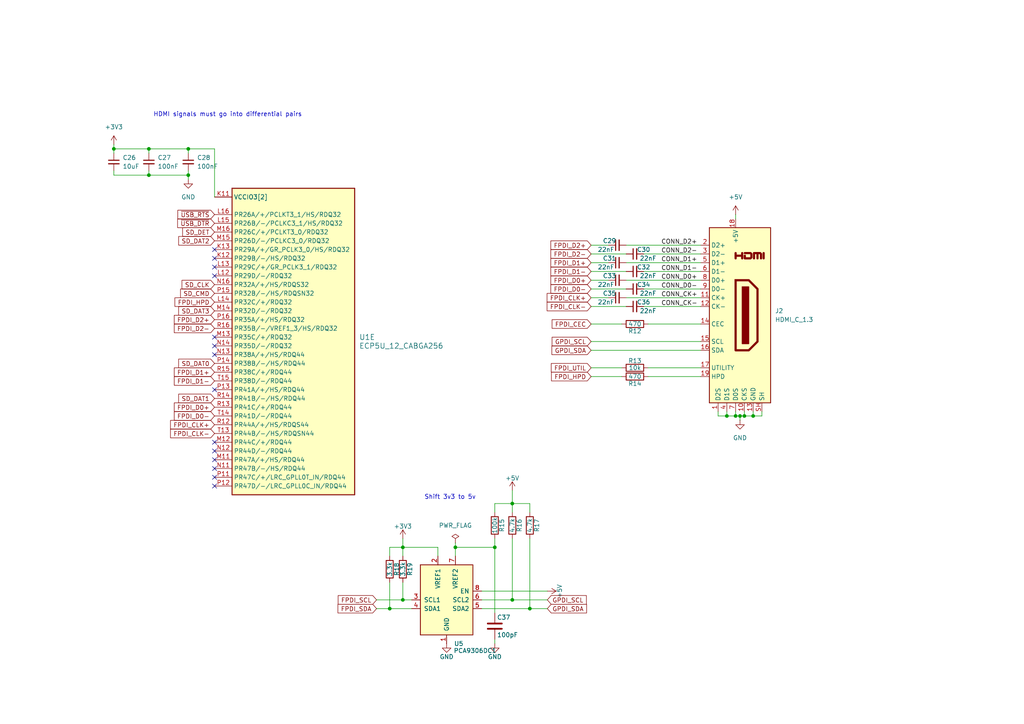
<source format=kicad_sch>
(kicad_sch (version 20250114) (generator "eeschema") (generator_version "9.0")
  (paper "A4")
  (title_block (title "Icepi zero") (date "2025-05-12") (rev "v1") (company "Chengyin Yao (cheyao)") (comment 1 "https://github.com/cheyao/icepi-zero"))
  (lib_symbols
    (symbol "Connector:HDMI_C_1.3"
      (property "Reference" "J" (at -6.35 26.67 0))
      (property "Value" "HDMI_C_1.3" (at 10.16 26.67 0))
      (symbol "HDMI_C_1.3_0_0"
        (polyline (pts (xy 0 16.51) (xy 0 18.034) (xy 0 17.272) (xy 1.905 17.272) (xy 1.905 18.034) (xy 1.905 16.51)) (stroke (width 0.635)))
        (polyline (pts (xy 2.667 18.034) (xy 4.318 18.034) (xy 4.572 17.78) (xy 4.572 16.764) (xy 4.318 16.51) (xy 2.667 16.51) (xy 2.667 17.272)) (stroke (width 0.635)))
        (polyline (pts (xy 8.128 16.51) (xy 8.128 18.034)) (stroke (width 0.635)))
      )
      (symbol "HDMI_C_1.3_0_1"
        (rectangle (start -7.62 25.4) (end 10.16 -25.4) (stroke (width 0.254)) (fill (type background)))
        (polyline (pts (xy 0 10.16) (xy 3.81 10.16) (xy 6.35 7.62) (xy 6.35 -7.62) (xy 3.81 -10.16) (xy 0 -10.16) (xy 0 10.16)) (stroke (width 0.635)))
        (rectangle (start 1.905 8.255) (end 3.81 -8.255) (stroke (width 0.254)) (fill (type outline)))
        (polyline (pts (xy 5.334 16.51) (xy 5.334 18.034) (xy 6.35 18.034) (xy 6.35 16.51) (xy 6.35 18.034) (xy 7.112 18.034) (xy 7.366 17.78) (xy 7.366 16.51)) (stroke (width 0.635)))
      )
      (symbol "HDMI_C_1.3_1_1"
        (pin passive line (at -10.16 20.32 0) (length 2.54) (name "D2+") (number "2"))
        (pin passive line (at -10.16 17.78 0) (length 2.54) (name "D2-") (number "3"))
        (pin passive line (at -10.16 15.24 0) (length 2.54) (name "D1+") (number "5"))
        (pin passive line (at -10.16 12.7 0) (length 2.54) (name "D1-") (number "6"))
        (pin passive line (at -10.16 10.16 0) (length 2.54) (name "D0+") (number "8"))
        (pin passive line (at -10.16 7.62 0) (length 2.54) (name "D0-") (number "9"))
        (pin passive line (at -10.16 5.08 0) (length 2.54) (name "CK+") (number "11"))
        (pin passive line (at -10.16 2.54 0) (length 2.54) (name "CK-") (number "12"))
        (pin bidirectional line (at -10.16 -2.54 0) (length 2.54) (name "CEC") (number "14"))
        (pin passive line (at -10.16 -7.62 0) (length 2.54) (name "SCL") (number "15"))
        (pin bidirectional line (at -10.16 -10.16 0) (length 2.54) (name "SDA") (number "16"))
        (pin passive line (at -10.16 -15.24 0) (length 2.54) (name "UTILITY") (number "17"))
        (pin passive line (at -10.16 -17.78 0) (length 2.54) (name "HPD") (number "19"))
        (pin power_in line (at -5.08 -27.94 90) (length 2.54) (name "D2S") (number "1"))
        (pin power_in line (at -2.54 -27.94 90) (length 2.54) (name "D1S") (number "4"))
        (pin power_in line (at 0 27.94 270) (length 2.54) (name "+5V") (number "18"))
        (pin power_in line (at 0 -27.94 90) (length 2.54) (name "D0S") (number "7"))
        (pin power_in line (at 2.54 -27.94 90) (length 2.54) (name "CKS") (number "10"))
        (pin power_in line (at 5.08 -27.94 90) (length 2.54) (name "GND") (number "13"))
        (pin passive line (at 7.62 -27.94 90) (length 2.54) (name "SH") (number "SH"))
      )
    )
    (symbol "Device:C" (pin_numbers (hide yes)) (pin_names (offset 0.254))
      (property "Reference" "C" (at 0.635 2.54 0))
      (property "Value" "C" (at 0.635 -2.54 0))
      (symbol "C_0_1"
        (polyline (pts (xy -2.032 0.762) (xy 2.032 0.762)) (stroke (width 0.508)))
        (polyline (pts (xy -2.032 -0.762) (xy 2.032 -0.762)) (stroke (width 0.508)))
      )
      (symbol "C_1_1"
        (pin passive line (at 0 3.81 270) (length 2.794) (name "~") (number "1"))
        (pin passive line (at 0 -3.81 90) (length 2.794) (name "~") (number "2"))
      )
    )
    (symbol "Device:C_Small" (pin_numbers (hide yes)) (pin_names (offset 0.254) (hide yes))
      (property "Reference" "C" (at 0.254 1.778 0))
      (property "Value" "C_Small" (at 0.254 -2.032 0))
      (symbol "C_Small_0_1"
        (polyline (pts (xy -1.524 0.508) (xy 1.524 0.508)) (stroke (width 0.3048)))
        (polyline (pts (xy -1.524 -0.508) (xy 1.524 -0.508)) (stroke (width 0.3302)))
      )
      (symbol "C_Small_1_1"
        (pin passive line (at 0 2.54 270) (length 2.032) (name "~") (number "1"))
        (pin passive line (at 0 -2.54 90) (length 2.032) (name "~") (number "2"))
      )
    )
    (symbol "Device:R" (pin_numbers (hide yes)) (pin_names (offset 0))
      (property "Reference" "R" (at 2.032 0 90))
      (property "Value" "R" (at 0 0 90))
      (symbol "R_0_1"
        (rectangle (start -1.016 -2.54) (end 1.016 2.54) (stroke (width 0.254)))
      )
      (symbol "R_1_1"
        (pin passive line (at 0 3.81 270) (length 1.27) (name "~") (number "1"))
        (pin passive line (at 0 -3.81 90) (length 1.27) (name "~") (number "2"))
      )
    )
    (symbol "Interface:PCA9306DC1" (pin_names (offset 1.016))
      (property "Reference" "U" (at -7.62 11.43 0))
      (property "Value" "PCA9306DC1" (at 3.81 11.43 0))
      (symbol "PCA9306DC1_0_1"
        (rectangle (start -7.62 10.16) (end 7.62 -10.16) (stroke (width 0.254)) (fill (type background)))
      )
      (symbol "PCA9306DC1_1_1"
        (pin bidirectional line (at -10.16 0 0) (length 2.54) (name "SCL1") (number "3"))
        (pin bidirectional line (at -10.16 -2.54 0) (length 2.54) (name "SDA1") (number "4"))
        (pin power_in line (at -2.54 12.7 270) (length 2.54) (name "VREF1") (number "2"))
        (pin power_in line (at 0 -12.7 90) (length 2.54) (name "GND") (number "1"))
        (pin power_in line (at 2.54 12.7 270) (length 2.54) (name "VREF2") (number "7"))
        (pin input line (at 10.16 2.54 180) (length 2.54) (name "EN") (number "8"))
        (pin bidirectional line (at 10.16 0 180) (length 2.54) (name "SCL2") (number "6"))
        (pin bidirectional line (at 10.16 -2.54 180) (length 2.54) (name "SDA2") (number "5"))
      )
    )
    (symbol "josh:ECP5U_12_CABGA256"
      (property "Reference" "U" (at -15.24 45.72 0))
      (property "Value" "ECP5U_12_CABGA256" (at 7.62 43.18 0))
      (symbol "ECP5U_12_CABGA256_1_1"
        (rectangle (start -7.62 7.62) (end 6.35 -7.62) (stroke (width 0.001)) (fill (type background)))
        (pin power_in line (at -12.7 5.08 0) (length 5.08) (name "VCC[6]") (number "G6"))
        (pin power_in line (at -12.7 5.08 0) (length 5.08) (name "VCC[6]") (number "G7"))
        (pin power_in line (at -12.7 5.08 0) (length 5.08) (name "VCC[6]") (number "G9"))
        (pin power_in line (at -12.7 5.08 0) (length 5.08) (name "VCC[6]") (number "L10"))
        (pin power_in line (at -12.7 5.08 0) (length 5.08) (name "VCC[6]") (number "L8"))
        (pin power_in line (at -12.7 5.08 0) (length 5.08) (name "VCC[6]") (number "L9"))
        (pin power_in line (at -12.7 2.54 0) (length 5.08) (name "VCCAUX[2]") (number "G11"))
        (pin power_in line (at -12.7 2.54 0) (length 5.08) (name "VCCAUX[2]") (number "L7"))
        (pin power_in line (at -12.7 -5.08 0) (length 5.08) (name "GND[27]") (number "A1"))
        (pin power_in line (at -12.7 -5.08 0) (length 5.08) (name "GND[27]") (number "A16"))
        (pin power_in line (at -12.7 -5.08 0) (length 5.08) (name "GND[27]") (number "D15"))
        (pin power_in line (at -12.7 -5.08 0) (length 5.08) (name "GND[27]") (number "D2"))
        (pin power_in line (at -12.7 -5.08 0) (length 5.08) (name "GND[27]") (number "F8"))
        (pin power_in line (at -12.7 -5.08 0) (length 5.08) (name "GND[27]") (number "F9"))
        (pin power_in line (at -12.7 -5.08 0) (length 5.08) (name "GND[27]") (number "G10"))
        (pin power_in line (at -12.7 -5.08 0) (length 5.08) (name "GND[27]") (number "G8"))
        (pin power_in line (at -12.7 -5.08 0) (length 5.08) (name "GND[27]") (number "H1"))
        (pin power_in line (at -12.7 -5.08 0) (length 5.08) (name "GND[27]") (number "H10"))
        (pin power_in line (at -12.7 -5.08 0) (length 5.08) (name "GND[27]") (number "H16"))
        (pin power_in line (at -12.7 -5.08 0) (length 5.08) (name "GND[27]") (number "H8"))
        (pin power_in line (at -12.7 -5.08 0) (length 5.08) (name "GND[27]") (number "H9"))
        (pin power_in line (at -12.7 -5.08 0) (length 5.08) (name "GND[27]") (number "J10"))
        (pin power_in line (at -12.7 -5.08 0) (length 5.08) (name "GND[27]") (number "J8"))
        (pin power_in line (at -12.7 -5.08 0) (length 5.08) (name "GND[27]") (number "J9"))
        (pin power_in line (at -12.7 -5.08 0) (length 5.08) (name "GND[27]") (number "K10"))
        (pin power_in line (at -12.7 -5.08 0) (length 5.08) (name "GND[27]") (number "K6"))
        (pin power_in line (at -12.7 -5.08 0) (length 5.08) (name "GND[27]") (number "K7"))
        (pin power_in line (at -12.7 -5.08 0) (length 5.08) (name "GND[27]") (number "K8"))
        (pin power_in line (at -12.7 -5.08 0) (length 5.08) (name "GND[27]") (number "K9"))
        (pin power_in line (at -12.7 -5.08 0) (length 5.08) (name "GND[27]") (number "N15"))
        (pin power_in line (at -12.7 -5.08 0) (length 5.08) (name "GND[27]") (number "N2"))
        (pin power_in line (at -12.7 -5.08 0) (length 5.08) (name "GND[27]") (number "T1"))
        (pin power_in line (at -12.7 -5.08 0) (length 5.08) (name "GND[27]") (number "T12"))
        (pin power_in line (at -12.7 -5.08 0) (length 5.08) (name "GND[27]") (number "T16"))
        (pin power_in line (at -12.7 -5.08 0) (length 5.08) (name "GND[27]") (number "T5"))
      )
      (symbol "ECP5U_12_CABGA256_2_1"
        (rectangle (start -16.51 40.64) (end 8.89 -27.94) (stroke (width 0.305)) (fill (type background)))
        (pin power_in line (at -21.59 38.1 0) (length 5.08) (name "VCCIO0[2]") (number "F6"))
        (pin power_in line (at -21.59 38.1 0) (length 5.08) (name "VCCIO0[2]") (number "F7"))
        (pin bidirectional line (at -21.59 33.02 0) (length 5.08) (name "PT4A/+") (number "A2"))
        (pin bidirectional line (at -21.59 30.48 0) (length 5.08) (name "PT4B/-") (number "B3"))
        (pin bidirectional line (at -21.59 27.94 0) (length 5.08) (name "PT6A/+") (number "A3"))
        (pin bidirectional line (at -21.59 25.4 0) (length 5.08) (name "PT6B/-") (number "A4"))
        (pin bidirectional line (at -21.59 22.86 0) (length 5.08) (name "PT9A/+") (number "E4"))
        (pin bidirectional line (at -21.59 20.32 0) (length 5.08) (name "PT9B/-") (number "D4"))
        (pin bidirectional line (at -21.59 17.78 0) (length 5.08) (name "PT11A/+") (number "C4"))
        (pin bidirectional line (at -21.59 15.24 0) (length 5.08) (name "PT11B/-") (number "B4"))
        (pin bidirectional line (at -21.59 12.7 0) (length 5.08) (name "PT13A/+") (number "E5"))
        (pin bidirectional line (at -21.59 10.16 0) (length 5.08) (name "PT13B/-") (number "D5"))
        (pin bidirectional line (at -21.59 7.62 0) (length 5.08) (name "PT15A/+") (number "C5"))
        (pin bidirectional line (at -21.59 5.08 0) (length 5.08) (name "PT15B/-") (number "B5"))
        (pin bidirectional line (at -21.59 2.54 0) (length 5.08) (name "PT18A/+") (number "A5"))
        (pin bidirectional line (at -21.59 0 0) (length 5.08) (name "PT18B/-") (number "A6"))
        (pin bidirectional line (at -21.59 -2.54 0) (length 5.08) (name "PT20A/+") (number "E6"))
        (pin bidirectional line (at -21.59 -5.08 0) (length 5.08) (name "PT20B/-") (number "D6"))
        (pin bidirectional line (at -21.59 -7.62 0) (length 5.08) (name "PT22A/+") (number "C6"))
        (pin bidirectional line (at -21.59 -10.16 0) (length 5.08) (name "PT22B/-") (number "B6"))
        (pin bidirectional line (at -21.59 -12.7 0) (length 5.08) (name "PT24A/+/GR_PCLK0_1") (number "E7"))
        (pin bidirectional line (at -21.59 -15.24 0) (length 5.08) (name "PT24B/-/GR_PCLK0_0") (number "D7"))
        (pin bidirectional line (at -21.59 -17.78 0) (length 5.08) (name "PT27A/+/PCLKT0_1") (number "C7"))
        (pin bidirectional line (at -21.59 -20.32 0) (length 5.08) (name "PT27B/-/PCLKC0_1") (number "B7"))
        (pin bidirectional line (at -21.59 -22.86 0) (length 5.08) (name "PT29A/+/PCLKT0_0") (number "A7"))
        (pin bidirectional line (at -21.59 -25.4 0) (length 5.08) (name "PT29B/-/PCLKC0_0") (number "A8"))
      )
      (symbol "ECP5U_12_CABGA256_3_1"
        (rectangle (start -16.51 40.64) (end 8.89 -48.26) (stroke (width 0.305)) (fill (type background)))
        (pin power_in line (at -21.59 38.1 0) (length 5.08) (name "VCCIO1[2]") (number "F10"))
        (pin power_in line (at -21.59 38.1 0) (length 5.08) (name "VCCIO1[2]") (number "F11"))
        (pin bidirectional line (at -21.59 33.02 0) (length 5.08) (name "PT33A/+/PCLKT1_1") (number "E8"))
        (pin bidirectional line (at -21.59 30.48 0) (length 5.08) (name "PT33B/-/PCLKC1_1") (number "D8"))
        (pin bidirectional line (at -21.59 27.94 0) (length 5.08) (name "PT35A/+/PCLKT1_0") (number "C8"))
        (pin bidirectional line (at -21.59 25.4 0) (length 5.08) (name "PT35B/-/PCLKC1_0") (number "B8"))
        (pin bidirectional line (at -21.59 22.86 0) (length 5.08) (name "PT38A/+/GR_PCLK1_0") (number "B9"))
        (pin bidirectional line (at -21.59 20.32 0) (length 5.08) (name "PT38B/-/GR_PCLK1_1") (number "C9"))
        (pin bidirectional line (at -21.59 17.78 0) (length 5.08) (name "PT40A/+") (number "D9"))
        (pin bidirectional line (at -21.59 15.24 0) (length 5.08) (name "PT40B/-") (number "E9"))
        (pin bidirectional line (at -21.59 12.7 0) (length 5.08) (name "PT42A/+") (number "A9"))
        (pin bidirectional line (at -21.59 10.16 0) (length 5.08) (name "PT42B/-") (number "A10"))
        (pin bidirectional line (at -21.59 7.62 0) (length 5.08) (name "PT44A/+") (number "B10"))
        (pin bidirectional line (at -21.59 5.08 0) (length 5.08) (name "PT44B/-") (number "C10"))
        (pin bidirectional line (at -21.59 2.54 0) (length 5.08) (name "PT47A/+") (number "D10"))
        (pin bidirectional line (at -21.59 0 0) (length 5.08) (name "PT47B/-") (number "E10"))
        (pin bidirectional line (at -21.59 -2.54 0) (length 5.08) (name "PT49A/+") (number "B11"))
        (pin bidirectional line (at -21.59 -5.08 0) (length 5.08) (name "PT49B/-") (number "C11"))
        (pin bidirectional line (at -21.59 -7.62 0) (length 5.08) (name "PT51A/+") (number "D11"))
        (pin bidirectional line (at -21.59 -10.16 0) (length 5.08) (name "PT51B/-") (number "E11"))
        (pin bidirectional line (at -21.59 -12.7 0) (length 5.08) (name "PT53A/+") (number "A11"))
        (pin bidirectional line (at -21.59 -15.24 0) (length 5.08) (name "PT53B/-") (number "A12"))
        (pin bidirectional line (at -21.59 -17.78 0) (length 5.08) (name "PT56A/+") (number "B12"))
        (pin bidirectional line (at -21.59 -20.32 0) (length 5.08) (name "PT56B/-") (number "C12"))
        (pin bidirectional line (at -21.59 -22.86 0) (length 5.08) (name "PT58A/+") (number "D12"))
        (pin bidirectional line (at -21.59 -25.4 0) (length 5.08) (name "PT58B/-") (number "E12"))
        (pin bidirectional line (at -21.59 -27.94 0) (length 5.08) (name "PT60A/+") (number "B13"))
        (pin bidirectional line (at -21.59 -30.48 0) (length 5.08) (name "PT60B/-") (number "C13"))
        (pin bidirectional line (at -21.59 -33.02 0) (length 5.08) (name "PT62A/+") (number "D13"))
        (pin bidirectional line (at -21.59 -35.56 0) (length 5.08) (name "PT62B/-") (number "E13"))
        (pin bidirectional line (at -21.59 -38.1 0) (length 5.08) (name "PT65A/+") (number "A13"))
        (pin bidirectional line (at -21.59 -40.64 0) (length 5.08) (name "PT65B/-") (number "A14"))
        (pin bidirectional line (at -21.59 -43.18 0) (length 5.08) (name "PT67A/+") (number "B14"))
        (pin bidirectional line (at -21.59 -45.72 0) (length 5.08) (name "PT67B/-") (number "A15"))
      )
      (symbol "ECP5U_12_CABGA256_4_1"
        (rectangle (start -16.51 40.64) (end 21.59 -48.26) (stroke (width 0.305)) (fill (type background)))
        (pin power_in line (at -21.59 38.1 0) (length 5.08) (name "VCCIO2[2]") (number "H11"))
        (pin power_in line (at -21.59 38.1 0) (length 5.08) (name "VCCIO2[2]") (number "J11"))
        (pin bidirectional line (at -21.59 33.02 0) (length 5.08) (name "PR2A/+/HS/RDQ8") (number "B16"))
        (pin bidirectional line (at -21.59 30.48 0) (length 5.08) (name "PR2B/-/S0_IN/HS/RDQ8") (number "B15"))
        (pin bidirectional line (at -21.59 27.94 0) (length 5.08) (name "PR2C/+/RDQ8") (number "C14"))
        (pin bidirectional line (at -21.59 25.4 0) (length 5.08) (name "PR2D/-/RDQ8") (number "D14"))
        (pin bidirectional line (at -21.59 22.86 0) (length 5.08) (name "PR5A/+/HS/RDQ8") (number "C16"))
        (pin bidirectional line (at -21.59 20.32 0) (length 5.08) (name "PR5B/-/HS/RDQ8") (number "C15"))
        (pin bidirectional line (at -21.59 17.78 0) (length 5.08) (name "PR5C/+/RDQ8") (number "E14"))
        (pin bidirectional line (at -21.59 15.24 0) (length 5.08) (name "PR5D/-/RDQ8") (number "F14"))
        (pin bidirectional line (at -21.59 12.7 0) (length 5.08) (name "PR8A/+/HS/RDQS8") (number "D16"))
        (pin bidirectional line (at -21.59 10.16 0) (length 5.08) (name "PR8B/-/HS/RDQSN8") (number "E15"))
        (pin bidirectional line (at -21.59 7.62 0) (length 5.08) (name "PR8C/+/RDQ8") (number "F13"))
        (pin bidirectional line (at -21.59 5.08 0) (length 5.08) (name "PR8D/-/RDQ8") (number "F12"))
        (pin bidirectional line (at -21.59 2.54 0) (length 5.08) (name "PR11A/+/HS/RDQ8") (number "G12"))
        (pin bidirectional line (at -21.59 0 0) (length 5.08) (name "PR11B/-/HS/RDQ8") (number "G13"))
        (pin bidirectional line (at -21.59 -2.54 0) (length 5.08) (name "PR11C/+/RDQ8") (number "F15"))
        (pin bidirectional line (at -21.59 -5.08 0) (length 5.08) (name "PR11D/-/RDQ8") (number "E16"))
        (pin bidirectional line (at -21.59 -7.62 0) (length 5.08) (name "PR14A/+/HS/RDQ20") (number "F16"))
        (pin bidirectional line (at -21.59 -10.16 0) (length 5.08) (name "PR14B/-/HS/RDQ20") (number "G15"))
        (pin bidirectional line (at -21.59 -12.7 0) (length 5.08) (name "PR14C/+/VREF1_2/RDQ20") (number "G14"))
        (pin bidirectional line (at -21.59 -15.24 0) (length 5.08) (name "PR14D/-/RDQ20") (number "H14"))
        (pin bidirectional line (at -21.59 -17.78 0) (length 5.08) (name "PR17A/+/HS/RDQ20") (number "H12"))
        (pin bidirectional line (at -21.59 -20.32 0) (length 5.08) (name "PR17B/-/HS/RDQ20") (number "H13"))
        (pin bidirectional line (at -21.59 -22.86 0) (length 5.08) (name "PR17C/+/RDQ20") (number "J13"))
        (pin bidirectional line (at -21.59 -25.4 0) (length 5.08) (name "PR17D/-/RDQ20") (number "J12"))
        (pin bidirectional line (at -21.59 -27.94 0) (length 5.08) (name "PR20A/+/GR_PCLK2_1/HS/RDQS20") (number "G16"))
        (pin bidirectional line (at -21.59 -30.48 0) (length 5.08) (name "PR20B/-/HS/RDQSN20") (number "H15"))
        (pin bidirectional line (at -21.59 -33.02 0) (length 5.08) (name "PR20C/+/GR_PCLK2_0/RDQ20") (number "J14"))
        (pin bidirectional line (at -21.59 -35.56 0) (length 5.08) (name "PR20D/-/RDQ20") (number "K14"))
        (pin bidirectional line (at -21.59 -38.1 0) (length 5.08) (name "PR23A/+/PCLKT2_1/HS/RDQ20") (number "J16"))
        (pin bidirectional line (at -21.59 -40.64 0) (length 5.08) (name "PR23B/-/PCLKC2_1/HS/RDQ20") (number "J15"))
        (pin bidirectional line (at -21.59 -43.18 0) (length 5.08) (name "PR23C/+/PCLKT2_0/RDQ20") (number "K16"))
        (pin bidirectional line (at -21.59 -45.72 0) (length 5.08) (name "PR23D/-/PCLKC2_0/RDQ20") (number "K15"))
      )
      (symbol "ECP5U_12_CABGA256_5_1"
        (rectangle (start -16.51 40.64) (end 19.05 -48.26) (stroke (width 0.305)) (fill (type background)))
        (pin power_in line (at -21.59 38.1 0) (length 5.08) (name "VCCIO3[2]") (number "K11"))
        (pin power_in line (at -21.59 38.1 0) (length 5.08) (name "VCCIO3[2]") (number "L11"))
        (pin bidirectional line (at -21.59 33.02 0) (length 5.08) (name "PR26A/+/PCLKT3_1/HS/RDQ32") (number "L16"))
        (pin bidirectional line (at -21.59 30.48 0) (length 5.08) (name "PR26B/-/PCLKC3_1/HS/RDQ32") (number "L15"))
        (pin bidirectional line (at -21.59 27.94 0) (length 5.08) (name "PR26C/+/PCLKT3_0/RDQ32") (number "M16"))
        (pin bidirectional line (at -21.59 25.4 0) (length 5.08) (name "PR26D/-/PCLKC3_0/RDQ32") (number "M15"))
        (pin bidirectional line (at -21.59 22.86 0) (length 5.08) (name "PR29A/+/GR_PCLK3_0/HS/RDQ32") (number "K13"))
        (pin bidirectional line (at -21.59 20.32 0) (length 5.08) (name "PR29B/-/HS/RDQ32") (number "K12"))
        (pin bidirectional line (at -21.59 17.78 0) (length 5.08) (name "PR29C/+/GR_PCLK3_1/RDQ32") (number "L13"))
        (pin bidirectional line (at -21.59 15.24 0) (length 5.08) (name "PR29D/-/RDQ32") (number "L12"))
        (pin bidirectional line (at -21.59 12.7 0) (length 5.08) (name "PR32A/+/HS/RDQS32") (number "N16"))
        (pin bidirectional line (at -21.59 10.16 0) (length 5.08) (name "PR32B/-/HS/RDQSN32") (number "P15"))
        (pin bidirectional line (at -21.59 7.62 0) (length 5.08) (name "PR32C/+/RDQ32") (number "L14"))
        (pin bidirectional line (at -21.59 5.08 0) (length 5.08) (name "PR32D/-/RDQ32") (number "M14"))
        (pin bidirectional line (at -21.59 2.54 0) (length 5.08) (name "PR35A/+/HS/RDQ32") (number "P16"))
        (pin bidirectional line (at -21.59 0 0) (length 5.08) (name "PR35B/-/VREF1_3/HS/RDQ32") (number "R16"))
        (pin bidirectional line (at -21.59 -2.54 0) (length 5.08) (name "PR35C/+/RDQ32") (number "M13"))
        (pin bidirectional line (at -21.59 -5.08 0) (length 5.08) (name "PR35D/-/RDQ32") (number "N14"))
        (pin bidirectional line (at -21.59 -7.62 0) (length 5.08) (name "PR38A/+/HS/RDQ44") (number "N13"))
        (pin bidirectional line (at -21.59 -10.16 0) (length 5.08) (name "PR38B/-/HS/RDQ44") (number "P14"))
        (pin bidirectional line (at -21.59 -12.7 0) (length 5.08) (name "PR38C/+/RDQ44") (number "R15"))
        (pin bidirectional line (at -21.59 -15.24 0) (length 5.08) (name "PR38D/-/RDQ44") (number "T15"))
        (pin bidirectional line (at -21.59 -17.78 0) (length 5.08) (name "PR41A/+/HS/RDQ44") (number "P13"))
        (pin bidirectional line (at -21.59 -20.32 0) (length 5.08) (name "PR41B/-/HS/RDQ44") (number "R14"))
        (pin bidirectional line (at -21.59 -22.86 0) (length 5.08) (name "PR41C/+/RDQ44") (number "R13"))
        (pin bidirectional line (at -21.59 -25.4 0) (length 5.08) (name "PR41D/-/RDQ44") (number "T14"))
        (pin bidirectional line (at -21.59 -27.94 0) (length 5.08) (name "PR44A/+/HS/RDQS44") (number "R12"))
        (pin bidirectional line (at -21.59 -30.48 0) (length 5.08) (name "PR44B/-/HS/RDQSN44") (number "T13"))
        (pin bidirectional line (at -21.59 -33.02 0) (length 5.08) (name "PR44C/+/RDQ44") (number "M12"))
        (pin bidirectional line (at -21.59 -35.56 0) (length 5.08) (name "PR44D/-/RDQ44") (number "N12"))
        (pin bidirectional line (at -21.59 -38.1 0) (length 5.08) (name "PR47A/+/HS/RDQ44") (number "M11"))
        (pin bidirectional line (at -21.59 -40.64 0) (length 5.08) (name "PR47B/-/HS/RDQ44") (number "N11"))
        (pin bidirectional line (at -21.59 -43.18 0) (length 5.08) (name "PR47C/+/LRC_GPLL0T_IN/RDQ44") (number "P11"))
        (pin bidirectional line (at -21.59 -45.72 0) (length 5.08) (name "PR47D/-/LRC_GPLL0C_IN/RDQ44") (number "P12"))
      )
      (symbol "ECP5U_12_CABGA256_6_1"
        (rectangle (start -16.51 40.64) (end 19.05 -48.26) (stroke (width 0.305)) (fill (type background)))
        (pin power_in line (at -21.59 38.1 0) (length 5.08) (name "VCCIO6[2]") (number "J6"))
        (pin power_in line (at -21.59 38.1 0) (length 5.08) (name "VCCIO6[2]") (number "J7"))
        (pin bidirectional line (at -21.59 33.02 0) (length 5.08) (name "PL26A/+/PCLKT6_1/HS/LDQ32") (number "L1"))
        (pin bidirectional line (at -21.59 30.48 0) (length 5.08) (name "PL26B/-/PCLKC6_1/HS/LDQ32") (number "L2"))
        (pin bidirectional line (at -21.59 27.94 0) (length 5.08) (name "PL26C/+/PCLKT6_0/LDQ32") (number "M1"))
        (pin bidirectional line (at -21.59 25.4 0) (length 5.08) (name "PL26D/-/PCLKC6_0/LDQ32") (number "M2"))
        (pin bidirectional line (at -21.59 22.86 0) (length 5.08) (name "PL29A/+/GR_PCLK6_0/HS/LDQ32") (number "K4"))
        (pin bidirectional line (at -21.59 20.32 0) (length 5.08) (name "PL29B/-/HS/LDQ32") (number "K5"))
        (pin bidirectional line (at -21.59 17.78 0) (length 5.08) (name "PL29C/+/GR_PCLK6_1/LDQ32") (number "L4"))
        (pin bidirectional line (at -21.59 15.24 0) (length 5.08) (name "PL29D/-/LDQ32") (number "L5"))
        (pin bidirectional line (at -21.59 12.7 0) (length 5.08) (name "PL32A/+/HS/LDQS32") (number "N1"))
        (pin bidirectional line (at -21.59 10.16 0) (length 5.08) (name "PL32B/-/HS/LDQSN32") (number "P2"))
        (pin bidirectional line (at -21.59 7.62 0) (length 5.08) (name "PL32C/+/LDQ32") (number "L3"))
        (pin bidirectional line (at -21.59 5.08 0) (length 5.08) (name "PL32D/-/LDQ32") (number "M3"))
        (pin bidirectional line (at -21.59 2.54 0) (length 5.08) (name "PL35A/+/HS/LDQ32") (number "P1"))
        (pin bidirectional line (at -21.59 0 0) (length 5.08) (name "PL35B/-/VREF1_6/HS/LDQ32") (number "R1"))
        (pin bidirectional line (at -21.59 -2.54 0) (length 5.08) (name "PL35C/+/LDQ32") (number "M4"))
        (pin bidirectional line (at -21.59 -5.08 0) (length 5.08) (name "PL35D/-/LDQ32") (number "N3"))
        (pin bidirectional line (at -21.59 -7.62 0) (length 5.08) (name "PL38A/+/HS/LDQ44") (number "N4"))
        (pin bidirectional line (at -21.59 -10.16 0) (length 5.08) (name "PL38B/-/HS/LDQ44") (number "P3"))
        (pin bidirectional line (at -21.59 -12.7 0) (length 5.08) (name "PL38C/+/LDQ44") (number "R2"))
        (pin bidirectional line (at -21.59 -15.24 0) (length 5.08) (name "PL38D/-/LDQ44") (number "T2"))
        (pin bidirectional line (at -21.59 -17.78 0) (length 5.08) (name "PL41A/+/HS/LDQ44") (number "P4"))
        (pin bidirectional line (at -21.59 -20.32 0) (length 5.08) (name "PL41B/-/HS/LDQ44") (number "R3"))
        (pin bidirectional line (at -21.59 -22.86 0) (length 5.08) (name "PL41C/+/LDQ44") (number "R4"))
        (pin bidirectional line (at -21.59 -25.4 0) (length 5.08) (name "PL41D/-/LDQ44") (number "T3"))
        (pin bidirectional line (at -21.59 -27.94 0) (length 5.08) (name "PL44A/+/HS/LDQS44") (number "R5"))
        (pin bidirectional line (at -21.59 -30.48 0) (length 5.08) (name "PL44B/-/HS/LDQSN44") (number "T4"))
        (pin bidirectional line (at -21.59 -33.02 0) (length 5.08) (name "PL44C/+/LDQ44") (number "M5"))
        (pin bidirectional line (at -21.59 -35.56 0) (length 5.08) (name "PL44D/-/LDQ44") (number "N5"))
        (pin bidirectional line (at -21.59 -38.1 0) (length 5.08) (name "PL47A/+/HS/LDQ44") (number "M6"))
        (pin bidirectional line (at -21.59 -40.64 0) (length 5.08) (name "PL47B/-/HS/LDQ44") (number "N6"))
        (pin bidirectional line (at -21.59 -43.18 0) (length 5.08) (name "PL47C/+/LLC_GPLL0T_IN/LDQ44") (number "P6"))
        (pin bidirectional line (at -21.59 -45.72 0) (length 5.08) (name "PL47D/-/LLC_GPLL0C_IN/LDQ44") (number "P5"))
      )
      (symbol "ECP5U_12_CABGA256_7_1"
        (rectangle (start -16.51 40.64) (end 20.32 -46.99) (stroke (width 0.305)) (fill (type background)))
        (pin power_in line (at -21.59 38.1 0) (length 5.08) (name "VCCIO7[2]") (number "H6"))
        (pin power_in line (at -21.59 38.1 0) (length 5.08) (name "VCCIO7[2]") (number "H7"))
        (pin bidirectional line (at -21.59 34.29 0) (length 5.08) (name "PL2A/+/HS/LDQ8") (number "B1"))
        (pin bidirectional line (at -21.59 31.75 0) (length 5.08) (name "PL2B/-/HS/LDQ8") (number "B2"))
        (pin bidirectional line (at -21.59 29.21 0) (length 5.08) (name "PL2C/+/LDQ8") (number "C3"))
        (pin bidirectional line (at -21.59 26.67 0) (length 5.08) (name "PL2D/-/LDQ8") (number "D3"))
        (pin bidirectional line (at -21.59 24.13 0) (length 5.08) (name "PL5A/+/HS/LDQ8") (number "C1"))
        (pin bidirectional line (at -21.59 21.59 0) (length 5.08) (name "PL5B/-/HS/LDQ8") (number "C2"))
        (pin bidirectional line (at -21.59 19.05 0) (length 5.08) (name "PL5C/+/LDQ8") (number "E3"))
        (pin bidirectional line (at -21.59 16.51 0) (length 5.08) (name "PL5D/-/LDQ8") (number "F3"))
        (pin bidirectional line (at -21.59 13.97 0) (length 5.08) (name "PL8A/+/HS/LDQS8") (number "D1"))
        (pin bidirectional line (at -21.59 11.43 0) (length 5.08) (name "PL8B/-/HS/LDQSN8") (number "E2"))
        (pin bidirectional line (at -21.59 8.89 0) (length 5.08) (name "PL8C/+/LDQ8") (number "F4"))
        (pin bidirectional line (at -21.59 6.35 0) (length 5.08) (name "PL8D/-/LDQ8") (number "F5"))
        (pin bidirectional line (at -21.59 3.81 0) (length 5.08) (name "PL11A/+/HS/LDQ8") (number "G5"))
        (pin bidirectional line (at -21.59 1.27 0) (length 5.08) (name "PL11B/-/HS/LDQ8") (number "G4"))
        (pin bidirectional line (at -21.59 -1.27 0) (length 5.08) (name "PL11C/+/LDQ8") (number "F2"))
        (pin bidirectional line (at -21.59 -3.81 0) (length 5.08) (name "PL11D/-/LDQ8") (number "E1"))
        (pin bidirectional line (at -21.59 -6.35 0) (length 5.08) (name "PL14A/+/HS/LDQ20") (number "F1"))
        (pin bidirectional line (at -21.59 -8.89 0) (length 5.08) (name "PL14B/-/HS/LDQ20") (number "G2"))
        (pin bidirectional line (at -21.59 -11.43 0) (length 5.08) (name "PL14C/+/VREF1_7/LDQ20") (number "G3"))
        (pin bidirectional line (at -21.59 -13.97 0) (length 5.08) (name "PL14D/-/LDQ20") (number "H3"))
        (pin bidirectional line (at -21.59 -16.51 0) (length 5.08) (name "PL17A/+/HS/LDQ20") (number "H5"))
        (pin bidirectional line (at -21.59 -19.05 0) (length 5.08) (name "PL17B/-/HS/LDQ20") (number "H4"))
        (pin bidirectional line (at -21.59 -21.59 0) (length 5.08) (name "PL17C/+/LDQ20") (number "J4"))
        (pin bidirectional line (at -21.59 -24.13 0) (length 5.08) (name "PL17D/-/LDQ20") (number "J5"))
        (pin bidirectional line (at -21.59 -26.67 0) (length 5.08) (name "PL20A/+/GR_PCLK7_1/HS/LDQS20") (number "G1"))
        (pin bidirectional line (at -21.59 -29.21 0) (length 5.08) (name "PL20B/-/HS/LDQSN20") (number "H2"))
        (pin bidirectional line (at -21.59 -31.75 0) (length 5.08) (name "PL20C/+/GR_PCLK7_0/LDQ20") (number "J3"))
        (pin bidirectional line (at -21.59 -34.29 0) (length 5.08) (name "PL20D/-/LDQ20") (number "K3"))
        (pin bidirectional line (at -21.59 -36.83 0) (length 5.08) (name "PL23A/+/PCLKT7_1/HS/LDQ20") (number "J1"))
        (pin bidirectional line (at -21.59 -39.37 0) (length 5.08) (name "PL23B/-/PCLKC7_1/HS/LDQ20") (number "J2"))
        (pin bidirectional line (at -21.59 -41.91 0) (length 5.08) (name "PL23C/+/PCLKT7_0/LDQ20") (number "K1"))
        (pin bidirectional line (at -21.59 -44.45 0) (length 5.08) (name "PL23D/-/PCLKC7_0/LDQ20") (number "K2"))
      )
      (symbol "ECP5U_12_CABGA256_8_1"
        (rectangle (start -16.51 40.64) (end 25.4 -17.78) (stroke (width 0.305)) (fill (type background)))
        (pin power_in line (at -21.59 38.1 0) (length 5.08) (name "VCCIO8") (number "L6"))
        (pin bidirectional line (at -21.59 33.02 0) (length 5.08) (name "CCLK/MCLK/SCK") (number "N9"))
        (pin bidirectional line (at -21.59 30.48 0) (length 5.08) (name "CFG_0") (number "N10"))
        (pin bidirectional line (at -21.59 27.94 0) (length 5.08) (name "CFG_1") (number "P10"))
        (pin bidirectional line (at -21.59 25.4 0) (length 5.08) (name "CFG_2") (number "R10"))
        (pin bidirectional line (at -21.59 22.86 0) (length 5.08) (name "DONE") (number "P9"))
        (pin bidirectional line (at -21.59 20.32 0) (length 5.08) (name "INITN") (number "T9"))
        (pin bidirectional line (at -21.59 17.78 0) (length 5.08) (name "PB4A/+/D7/IO7") (number "T6"))
        (pin bidirectional line (at -21.59 15.24 0) (length 5.08) (name "PB4B/-/D6/IO6") (number "R6"))
        (pin bidirectional line (at -21.59 12.7 0) (length 5.08) (name "PB6A/+/D5/MISO2/IO5") (number "R7"))
        (pin bidirectional line (at -21.59 10.16 0) (length 5.08) (name "PB6B/-/D4/MOSI2/IO4") (number "P7"))
        (pin bidirectional line (at -21.59 7.62 0) (length 5.08) (name "PB9A/+/D3/IO3") (number "N7"))
        (pin bidirectional line (at -21.59 5.08 0) (length 5.08) (name "PB9B/-/D2/IO2") (number "M7"))
        (pin bidirectional line (at -21.59 2.54 0) (length 5.08) (name "PB11A/+/D1/MISO/IO1") (number "T7"))
        (pin bidirectional line (at -21.59 0 0) (length 5.08) (name "PB11B/-/D0/MOSI/IO0") (number "T8"))
        (pin bidirectional line (at -21.59 -2.54 0) (length 5.08) (name "PB13A/+/SN/CSN") (number "R8"))
        (pin bidirectional line (at -21.59 -5.08 0) (length 5.08) (name "PB13B/-/CS1N") (number "P8"))
        (pin bidirectional line (at -21.59 -7.62 0) (length 5.08) (name "PB15A/+/HOLDN/DI/BUSY/CSSPIN/CEN") (number "N8"))
        (pin bidirectional line (at -21.59 -10.16 0) (length 5.08) (name "PB15B/-/DOUT/CSON") (number "M8"))
        (pin bidirectional line (at -21.59 -12.7 0) (length 5.08) (name "PB18A/WRITEN") (number "M9"))
        (pin bidirectional line (at -21.59 -15.24 0) (length 5.08) (name "PROGRAMN") (number "R9"))
      )
      (symbol "ECP5U_12_CABGA256_9_1"
        (rectangle (start -2.54 6.35) (end 5.08 -6.35) (stroke (width 0.305)) (fill (type background)))
        (pin bidirectional line (at -7.62 3.81 0) (length 5.08) (name "TCK") (number "T10"))
        (pin bidirectional line (at -7.62 1.27 0) (length 5.08) (name "TDI") (number "R11"))
        (pin bidirectional line (at -7.62 -1.27 0) (length 5.08) (name "TDO") (number "M10"))
        (pin bidirectional line (at -7.62 -3.81 0) (length 5.08) (name "TMS") (number "T11"))
      )
    )
    (symbol "power:+3V3" (power) (pin_numbers (hide yes)) (pin_names (offset 0) (hide yes))
      (property "Value" "+3V3" (at 0 3.556 0))
      (symbol "+3V3_0_1"
        (polyline (pts (xy -0.762 1.27) (xy 0 2.54)))
        (polyline (pts (xy 0 2.54) (xy 0.762 1.27)))
        (polyline (pts (xy 0 0) (xy 0 2.54)))
      )
      (symbol "+3V3_1_1"
        (pin power_in line (at 0 0 90) (length 0) (name "~") (number "1"))
      )
    )
    (symbol "power:+5V" (power) (pin_numbers (hide yes)) (pin_names (offset 0) (hide yes))
      (property "Value" "+5V" (at 0 3.556 0))
      (symbol "+5V_0_1"
        (polyline (pts (xy -0.762 1.27) (xy 0 2.54)))
        (polyline (pts (xy 0 2.54) (xy 0.762 1.27)))
        (polyline (pts (xy 0 0) (xy 0 2.54)))
      )
      (symbol "+5V_1_1"
        (pin power_in line (at 0 0 90) (length 0) (name "~") (number "1"))
      )
    )
    (symbol "power:GND" (power) (pin_numbers (hide yes)) (pin_names (offset 0) (hide yes))
      (property "Value" "GND" (at 0 -3.81 0))
      (symbol "GND_0_1"
        (polyline (pts (xy 0 0) (xy 0 -1.27) (xy 1.27 -1.27) (xy 0 -2.54) (xy -1.27 -1.27) (xy 0 -1.27)))
      )
      (symbol "GND_1_1"
        (pin power_in line (at 0 0 270) (length 0) (name "~") (number "1"))
      )
    )
    (symbol "power:PWR_FLAG" (power) (pin_numbers (hide yes)) (pin_names (offset 0) (hide yes))
      (property "Value" "PWR_FLAG" (at 0 3.81 0))
      (symbol "PWR_FLAG_0_0"
        (pin power_out line (at 0 0 90) (length 0) (name "~") (number "1"))
      )
      (symbol "PWR_FLAG_0_1"
        (polyline (pts (xy 0 0) (xy 0 1.27) (xy -1.016 1.905) (xy 0 2.54) (xy 1.016 1.905) (xy 0 1.27)))
      )
    )
  )
  (text "Shift 3v3 to 5v" (at 130.556 144.272 0) (effects (font (size 1.27 1.27))))
  (text "HDMI signals must go into differential pairs" (at 66.04 33.274 0) (effects (font (size 1.27 1.27))))
  (junction (at 213.36 120.65))
  (junction (at 33.02 43.18))
  (junction (at 54.61 50.8))
  (junction (at 143.51 158.75))
  (junction (at 210.82 120.65))
  (junction (at 148.59 146.05))
  (junction (at 132.08 158.75))
  (junction (at 214.63 120.65))
  (junction (at 43.18 43.18))
  (junction (at 218.44 120.65))
  (junction (at 54.61 43.18))
  (junction (at 43.18 50.8))
  (junction (at 113.03 176.53))
  (junction (at 116.84 173.99))
  (junction (at 215.9 120.65))
  (junction (at 153.67 176.53))
  (junction (at 116.84 158.75))
  (junction (at 148.59 173.99))
  (no_connect (at 62.23 140.97))
  (no_connect (at 62.23 130.81))
  (no_connect (at 62.23 135.89))
  (no_connect (at 62.23 77.47))
  (no_connect (at 62.23 102.87))
  (no_connect (at 62.23 72.39))
  (no_connect (at 62.23 133.35))
  (no_connect (at 62.23 128.27))
  (no_connect (at 62.23 80.01))
  (no_connect (at 62.23 113.03))
  (no_connect (at 62.23 138.43))
  (no_connect (at 62.23 97.79))
  (no_connect (at 62.23 100.33))
  (no_connect (at 62.23 74.93))
  (wire (pts (xy 210.82 120.65) (xy 208.28 120.65)))
  (wire (pts (xy 116.84 173.99) (xy 119.38 173.99)))
  (wire (pts (xy 181.61 71.12) (xy 203.2 71.12)))
  (wire (pts (xy 139.7 173.99) (xy 148.59 173.99)))
  (wire (pts (xy 171.45 83.82) (xy 181.61 83.82)))
  (wire (pts (xy 113.03 161.29) (xy 113.03 158.75)))
  (wire (pts (xy 181.61 86.36) (xy 203.2 86.36)))
  (wire (pts (xy 148.59 173.99) (xy 158.75 173.99)))
  (wire (pts (xy 33.02 43.18) (xy 43.18 43.18)))
  (wire (pts (xy 171.45 101.6) (xy 203.2 101.6)))
  (wire (pts (xy 214.63 121.92) (xy 214.63 120.65)))
  (wire (pts (xy 153.67 176.53) (xy 158.75 176.53)))
  (wire (pts (xy 171.45 86.36) (xy 176.53 86.36)))
  (wire (pts (xy 148.59 146.05) (xy 148.59 148.59)))
  (wire (pts (xy 171.45 106.68) (xy 180.34 106.68)))
  (wire (pts (xy 116.84 158.75) (xy 127 158.75)))
  (wire (pts (xy 218.44 120.65) (xy 218.44 119.38)))
  (wire (pts (xy 33.02 49.53) (xy 33.02 50.8)))
  (wire (pts (xy 132.08 158.75) (xy 132.08 161.29)))
  (wire (pts (xy 54.61 44.45) (xy 54.61 43.18)))
  (wire (pts (xy 186.69 83.82) (xy 203.2 83.82)))
  (wire (pts (xy 143.51 185.42) (xy 143.51 186.69)))
  (wire (pts (xy 143.51 158.75) (xy 143.51 177.8)))
  (wire (pts (xy 139.7 171.45) (xy 158.75 171.45)))
  (wire (pts (xy 139.7 176.53) (xy 153.67 176.53)))
  (wire (pts (xy 148.59 156.21) (xy 148.59 173.99)))
  (wire (pts (xy 214.63 120.65) (xy 215.9 120.65)))
  (wire (pts (xy 33.02 43.18) (xy 33.02 44.45)))
  (wire (pts (xy 54.61 43.18) (xy 62.23 43.18)))
  (wire (pts (xy 113.03 176.53) (xy 119.38 176.53)))
  (wire (pts (xy 213.36 62.23) (xy 213.36 63.5)))
  (wire (pts (xy 153.67 176.53) (xy 153.67 156.21)))
  (wire (pts (xy 218.44 120.65) (xy 220.98 120.65)))
  (wire (pts (xy 214.63 120.65) (xy 213.36 120.65)))
  (wire (pts (xy 54.61 50.8) (xy 54.61 49.53)))
  (wire (pts (xy 43.18 50.8) (xy 43.18 49.53)))
  (wire (pts (xy 215.9 120.65) (xy 215.9 119.38)))
  (wire (pts (xy 116.84 156.21) (xy 116.84 158.75)))
  (wire (pts (xy 132.08 158.75) (xy 143.51 158.75)))
  (wire (pts (xy 109.22 176.53) (xy 113.03 176.53)))
  (wire (pts (xy 186.69 88.9) (xy 203.2 88.9)))
  (wire (pts (xy 127 158.75) (xy 127 161.29)))
  (wire (pts (xy 171.45 109.22) (xy 180.34 109.22)))
  (wire (pts (xy 171.45 73.66) (xy 181.61 73.66)))
  (wire (pts (xy 171.45 76.2) (xy 176.53 76.2)))
  (wire (pts (xy 213.36 120.65) (xy 210.82 120.65)))
  (wire (pts (xy 43.18 43.18) (xy 43.18 44.45)))
  (wire (pts (xy 43.18 50.8) (xy 54.61 50.8)))
  (wire (pts (xy 43.18 43.18) (xy 54.61 43.18)))
  (wire (pts (xy 143.51 156.21) (xy 143.51 158.75)))
  (wire (pts (xy 186.69 78.74) (xy 203.2 78.74)))
  (wire (pts (xy 148.59 146.05) (xy 153.67 146.05)))
  (wire (pts (xy 181.61 76.2) (xy 203.2 76.2)))
  (wire (pts (xy 215.9 120.65) (xy 218.44 120.65)))
  (wire (pts (xy 171.45 78.74) (xy 181.61 78.74)))
  (wire (pts (xy 143.51 148.59) (xy 143.51 146.05)))
  (wire (pts (xy 171.45 81.28) (xy 176.53 81.28)))
  (wire (pts (xy 33.02 50.8) (xy 43.18 50.8)))
  (wire (pts (xy 171.45 88.9) (xy 181.61 88.9)))
  (wire (pts (xy 132.08 157.48) (xy 132.08 158.75)))
  (wire (pts (xy 153.67 146.05) (xy 153.67 148.59)))
  (wire (pts (xy 33.02 41.91) (xy 33.02 43.18)))
  (wire (pts (xy 187.96 106.68) (xy 203.2 106.68)))
  (wire (pts (xy 213.36 120.65) (xy 213.36 119.38)))
  (wire (pts (xy 208.28 120.65) (xy 208.28 119.38)))
  (wire (pts (xy 171.45 99.06) (xy 203.2 99.06)))
  (wire (pts (xy 113.03 168.91) (xy 113.03 176.53)))
  (wire (pts (xy 54.61 50.8) (xy 54.61 52.07)))
  (wire (pts (xy 210.82 120.65) (xy 210.82 119.38)))
  (wire (pts (xy 186.69 73.66) (xy 203.2 73.66)))
  (wire (pts (xy 148.59 142.24) (xy 148.59 146.05)))
  (wire (pts (xy 181.61 81.28) (xy 203.2 81.28)))
  (wire (pts (xy 171.45 71.12) (xy 176.53 71.12)))
  (wire (pts (xy 187.96 109.22) (xy 203.2 109.22)))
  (wire (pts (xy 113.03 158.75) (xy 116.84 158.75)))
  (wire (pts (xy 116.84 158.75) (xy 116.84 161.29)))
  (wire (pts (xy 116.84 168.91) (xy 116.84 173.99)))
  (wire (pts (xy 187.96 93.98) (xy 203.2 93.98)))
  (wire (pts (xy 62.23 43.18) (xy 62.23 57.15)))
  (wire (pts (xy 171.45 93.98) (xy 180.34 93.98)))
  (wire (pts (xy 109.22 173.99) (xy 116.84 173.99)))
  (wire (pts (xy 143.51 146.05) (xy 148.59 146.05)))
  (wire (pts (xy 220.98 120.65) (xy 220.98 119.38)))
  (label "CONN_D0-" (at 191.77 83.82 0))
  (label "CONN_CK-" (at 191.77 88.9 0))
  (label "CONN_D2+" (at 191.77 71.12 0))
  (label "CONN_D0+" (at 191.77 81.28 0))
  (label "CONN_D1-" (at 191.77 78.74 0))
  (label "CONN_D2-" (at 191.77 73.66 0))
  (label "CONN_D1+" (at 191.77 76.2 0))
  (label "CONN_CK+" (at 191.77 86.36 0))
  (global_label "FPDI_D2-" (shape input) (at 171.45 73.66 180) (property "Intersheetrefs" "${INTERSHEET_REFS}" (effects (hide yes))))
  (global_label "FPDI_CEC" (shape input) (at 171.45 93.98 180) (property "Intersheetrefs" "${INTERSHEET_REFS}" (effects (hide yes))))
  (global_label "FPDI_D2+" (shape input) (at 62.23 92.71 180) (property "Intersheetrefs" "${INTERSHEET_REFS}" (effects (hide yes))))
  (global_label "GPDI_SDA" (shape input) (at 158.75 176.53 0) (property "Intersheetrefs" "${INTERSHEET_REFS}" (effects (hide yes))))
  (global_label "FPDI_CLK-" (shape input) (at 62.23 125.73 180) (property "Intersheetrefs" "${INTERSHEET_REFS}" (effects (hide yes))))
  (global_label "FPDI_CLK+" (shape input) (at 171.45 86.36 180) (property "Intersheetrefs" "${INTERSHEET_REFS}" (effects (hide yes))))
  (global_label "FPDI_UTIL" (shape input) (at 171.45 106.68 180) (property "Intersheetrefs" "${INTERSHEET_REFS}" (effects (hide yes))))
  (global_label "FPDI_D1+" (shape input) (at 62.23 107.95 180) (property "Intersheetrefs" "${INTERSHEET_REFS}" (effects (hide yes))))
  (global_label "FPDI_D1-" (shape input) (at 171.45 78.74 180) (property "Intersheetrefs" "${INTERSHEET_REFS}" (effects (hide yes))))
  (global_label "FPDI_CLK-" (shape input) (at 171.45 88.9 180) (property "Intersheetrefs" "${INTERSHEET_REFS}" (effects (hide yes))))
  (global_label "~{USB_RTS}" (shape input) (at 62.23 62.23 180) (property "Intersheetrefs" "${INTERSHEET_REFS}" (effects (hide yes))))
  (global_label "FPDI_HPD" (shape input) (at 62.23 87.63 180) (property "Intersheetrefs" "${INTERSHEET_REFS}" (effects (hide yes))))
  (global_label "FPDI_D2-" (shape input) (at 62.23 95.25 180) (property "Intersheetrefs" "${INTERSHEET_REFS}" (effects (hide yes))))
  (global_label "~{USB_DTR}" (shape input) (at 62.23 64.77 180) (property "Intersheetrefs" "${INTERSHEET_REFS}" (effects (hide yes))))
  (global_label "FPDI_SDA" (shape input) (at 109.22 176.53 180) (property "Intersheetrefs" "${INTERSHEET_REFS}" (effects (hide yes))))
  (global_label "SD_DAT3" (shape input) (at 62.23 90.17 180) (property "Intersheetrefs" "${INTERSHEET_REFS}" (effects (hide yes))))
  (global_label "SD_DAT0" (shape input) (at 62.23 105.41 180) (property "Intersheetrefs" "${INTERSHEET_REFS}" (effects (hide yes))))
  (global_label "FPDI_SCL" (shape input) (at 109.22 173.99 180) (property "Intersheetrefs" "${INTERSHEET_REFS}" (effects (hide yes))))
  (global_label "FPDI_HPD" (shape input) (at 171.45 109.22 180) (property "Intersheetrefs" "${INTERSHEET_REFS}" (effects (hide yes))))
  (global_label "GPDI_SCL" (shape input) (at 158.75 173.99 0) (property "Intersheetrefs" "${INTERSHEET_REFS}" (effects (hide yes))))
  (global_label "SD_DAT2" (shape input) (at 62.23 69.85 180) (property "Intersheetrefs" "${INTERSHEET_REFS}" (effects (hide yes))))
  (global_label "FPDI_D1+" (shape input) (at 171.45 76.2 180) (property "Intersheetrefs" "${INTERSHEET_REFS}" (effects (hide yes))))
  (global_label "FPDI_D1-" (shape input) (at 62.23 110.49 180) (property "Intersheetrefs" "${INTERSHEET_REFS}" (effects (hide yes))))
  (global_label "GPDI_SDA" (shape input) (at 171.45 101.6 180) (property "Intersheetrefs" "${INTERSHEET_REFS}" (effects (hide yes))))
  (global_label "FPDI_CLK+" (shape input) (at 62.23 123.19 180) (property "Intersheetrefs" "${INTERSHEET_REFS}" (effects (hide yes))))
  (global_label "SD_CMD" (shape input) (at 62.23 85.09 180) (property "Intersheetrefs" "${INTERSHEET_REFS}" (effects (hide yes))))
  (global_label "SD_DAT1" (shape input) (at 62.23 115.57 180) (property "Intersheetrefs" "${INTERSHEET_REFS}" (effects (hide yes))))
  (global_label "FPDI_D0+" (shape input) (at 171.45 81.28 180) (property "Intersheetrefs" "${INTERSHEET_REFS}" (effects (hide yes))))
  (global_label "SD_DET" (shape input) (at 62.23 67.31 180) (property "Intersheetrefs" "${INTERSHEET_REFS}" (effects (hide yes))))
  (global_label "GPDI_SCL" (shape input) (at 171.45 99.06 180) (property "Intersheetrefs" "${INTERSHEET_REFS}" (effects (hide yes))))
  (global_label "FPDI_D2+" (shape input) (at 171.45 71.12 180) (property "Intersheetrefs" "${INTERSHEET_REFS}" (effects (hide yes))))
  (global_label "FPDI_D0-" (shape input) (at 62.23 120.65 180) (property "Intersheetrefs" "${INTERSHEET_REFS}" (effects (hide yes))))
  (global_label "FPDI_D0+" (shape input) (at 62.23 118.11 180) (property "Intersheetrefs" "${INTERSHEET_REFS}" (effects (hide yes))))
  (global_label "FPDI_D0-" (shape input) (at 171.45 83.82 180) (property "Intersheetrefs" "${INTERSHEET_REFS}" (effects (hide yes))))
  (global_label "SD_CLK" (shape input) (at 62.23 82.55 180) (property "Intersheetrefs" "${INTERSHEET_REFS}" (effects (hide yes))))
  (symbol (lib_id "Device:R") (at 143.51 152.4 0) (unit 1)
    (property "Reference" "R15" (at 145.542 152.4 90))
    (property "Value" "100k" (at 143.51 152.4 90))
    (property "Footprint" "Resistor_SMD:R_0402_1005Metric" (effects (hide yes)))
    (property "LCSC Part #" "C25741" (effects (hide yes)))
  )
  (symbol (lib_id "Device:R") (at 148.59 152.4 0) (unit 1)
    (property "Reference" "R16" (at 150.622 152.4 90))
    (property "Value" "4.7k" (at 148.59 152.4 90))
    (property "Footprint" "Resistor_SMD:R_0402_1005Metric" (effects (hide yes)))
    (property "LCSC Part #" "C25900 " (effects (hide yes)))
  )
  (symbol (lib_id "Device:R") (at 153.67 152.4 0) (unit 1)
    (property "Reference" "R17" (at 155.702 152.4 90))
    (property "Value" "4.7k" (at 153.67 152.4 90))
    (property "Footprint" "Resistor_SMD:R_0402_1005Metric" (effects (hide yes)))
    (property "LCSC Part #" "C25900 " (effects (hide yes)))
  )
  (symbol (lib_id "power:+5V") (at 148.59 142.24 0) (unit 1)
    (property "Reference" "#PWR049" (effects (hide yes)))
    (property "Value" "+5V" (at 148.59 138.684 0))
  )
  (symbol (lib_id "Device:C") (at 143.51 181.61 0) (unit 1)
    (property "Reference" "C37" (at 144.145 179.07 0) (effects (justify left)))
    (property "Value" "100pF" (at 144.145 184.15 0) (effects (justify left)))
    (property "Footprint" "Capacitor_SMD:C_0402_1005Metric" (effects (hide yes)))
    (property "Description" "Filter - change if needed" (effects (hide yes)))
    (property "LCSC Part #" "C1546 " (effects (hide yes)))
  )
  (symbol (lib_id "power:GND") (at 143.51 186.69 0) (unit 1)
    (property "Reference" "#PWR053" (effects (hide yes)))
    (property "Value" "GND" (at 143.51 190.5 0))
  )
  (symbol (lib_id "power:GND") (at 129.54 186.69 0) (unit 1)
    (property "Reference" "#PWR052" (effects (hide yes)))
    (property "Value" "GND" (at 129.54 190.5 0))
  )
  (symbol (lib_id "Device:R") (at 116.84 165.1 0) (unit 1)
    (property "Reference" "R19" (at 118.872 165.1 90))
    (property "Value" "3.3k" (at 116.84 165.1 90))
    (property "Footprint" "Resistor_SMD:R_0402_1005Metric" (effects (hide yes)))
    (property "LCSC Part #" "C25890 " (effects (hide yes)))
  )
  (symbol (lib_id "Device:R") (at 113.03 165.1 0) (unit 1)
    (property "Reference" "R18" (at 115.062 165.1 90))
    (property "Value" "3.3k" (at 113.03 165.1 90))
    (property "Footprint" "Resistor_SMD:R_0402_1005Metric" (effects (hide yes)))
    (property "LCSC Part #" "C25890 " (effects (hide yes)))
  )
  (symbol (lib_id "Device:R") (at 184.15 109.22 270) (unit 1)
    (property "Reference" "R14" (at 184.15 111.252 90))
    (property "Value" "470" (at 184.15 109.22 90))
    (property "Footprint" "Resistor_SMD:R_0402_1005Metric" (effects (hide yes)))
    (property "LCSC Part #" "C25117" (effects (hide yes)))
  )
  (symbol (lib_id "Device:C_Small") (at 179.07 81.28 90) (unit 1)
    (property "Reference" "C33" (at 176.784 80.01 90))
    (property "Value" "22nF" (at 175.768 82.55 90))
    (property "Footprint" "Capacitor_SMD:C_0402_1005Metric" (effects (hide yes)))
    (property "Description" "Unpolarized capacitor, small symbol" (effects (hide yes)))
    (property "LCSC Part #" "C1532" (effects (hide yes)))
  )
  (symbol (lib_id "Device:C_Small") (at 179.07 76.2 90) (unit 1)
    (property "Reference" "C31" (at 176.784 74.93 90))
    (property "Value" "22nF" (at 175.768 77.47 90))
    (property "Footprint" "Capacitor_SMD:C_0402_1005Metric" (effects (hide yes)))
    (property "Description" "Unpolarized capacitor, small symbol" (effects (hide yes)))
    (property "LCSC Part #" "C1532" (effects (hide yes)))
  )
  (symbol (lib_id "Device:C_Small") (at 54.61 46.99 0) (unit 1)
    (property "Reference" "C28" (at 57.15 45.7262 0) (effects (justify left)))
    (property "Value" "100nF" (at 57.15 48.2662 0) (effects (justify left)))
    (property "Footprint" "Capacitor_SMD:C_0402_1005Metric" (effects (hide yes)))
    (property "Description" "Unpolarized capacitor, small symbol" (effects (hide yes)))
    (property "LCSC Part #" "C307331 " (effects (hide yes)))
  )
  (symbol (lib_id "Device:C_Small") (at 33.02 46.99 0) (unit 1)
    (property "Reference" "C26" (at 35.56 45.7262 0) (effects (justify left)))
    (property "Value" "10uF" (at 35.56 48.2662 0) (effects (justify left)))
    (property "Footprint" "Capacitor_SMD:C_0603_1608Metric" (effects (hide yes)))
    (property "Description" "Unpolarized capacitor, small symbol" (effects (hide yes)))
    (property "LCSC Part #" "C19702" (effects (hide yes)))
  )
  (symbol (lib_id "Device:R") (at 184.15 93.98 270) (unit 1)
    (property "Reference" "R12" (at 184.15 96.012 90))
    (property "Value" "470" (at 184.15 93.98 90))
    (property "Footprint" "Resistor_SMD:R_0402_1005Metric" (effects (hide yes)))
    (property "LCSC Part #" "C25117" (effects (hide yes)))
  )
  (symbol (lib_id "Device:C_Small") (at 184.15 83.82 90) (unit 1)
    (property "Reference" "C34" (at 186.69 82.55 90))
    (property "Value" "22nF" (at 187.96 85.09 90))
    (property "Footprint" "Capacitor_SMD:C_0402_1005Metric" (effects (hide yes)))
    (property "Description" "Unpolarized capacitor, small symbol" (effects (hide yes)))
    (property "LCSC Part #" "C1532" (effects (hide yes)))
  )
  (symbol (lib_id "Device:C_Small") (at 43.18 46.99 0) (unit 1)
    (property "Reference" "C27" (at 45.72 45.7262 0) (effects (justify left)))
    (property "Value" "100nF" (at 45.72 48.2662 0) (effects (justify left)))
    (property "Footprint" "Capacitor_SMD:C_0402_1005Metric" (effects (hide yes)))
    (property "Description" "Unpolarized capacitor, small symbol" (effects (hide yes)))
    (property "LCSC Part #" "C307331 " (effects (hide yes)))
  )
  (symbol (lib_id "Device:C_Small") (at 184.15 88.9 90) (unit 1)
    (property "Reference" "C36" (at 186.69 87.63 90))
    (property "Value" "22nF" (at 187.96 90.17 90))
    (property "Footprint" "Capacitor_SMD:C_0402_1005Metric" (effects (hide yes)))
    (property "Description" "Unpolarized capacitor, small symbol" (effects (hide yes)))
    (property "LCSC Part #" "C1532" (effects (hide yes)))
  )
  (symbol (lib_id "Device:C_Small") (at 184.15 78.74 90) (unit 1)
    (property "Reference" "C32" (at 186.69 77.47 90))
    (property "Value" "22nF" (at 187.96 80.01 90))
    (property "Footprint" "Capacitor_SMD:C_0402_1005Metric" (effects (hide yes)))
    (property "Description" "Unpolarized capacitor, small symbol" (effects (hide yes)))
    (property "LCSC Part #" "C1532" (effects (hide yes)))
  )
  (symbol (lib_id "josh:ECP5U_12_CABGA256") (at 83.82 95.25 0) (unit 5)
    (property "Reference" "U1" (at 104.14 97.7899 0) (effects (font (size 1.524 1.524)) (justify left)))
    (property "Value" "ECP5U_12_CABGA256" (at 104.14 100.3299 0) (effects (font (size 1.524 1.524)) (justify left)))
    (property "Footprint" "Package_BGA:BGA-256_14.0x14.0mm_Layout16x16_P0.8mm_Ball0.45mm_Pad0.32mm_NSMD" (effects (hide yes)))
    (property "Datasheet" "https://www.lcsc.com/datasheet/lcsc_datasheet_2411220131_Lattice-LFE5U-25F-6BG256C_C1521614.pdf" (effects (hide yes)))
    (property "LCSC Part #" "C1521614" (effects (hide yes)))
  )
  (symbol (lib_id "power:+5V") (at 213.36 62.23 0) (unit 1)
    (property "Reference" "#PWR047" (effects (hide yes)))
    (property "Value" "+5V" (at 213.36 57.15 0))
    (property "Description" "Power symbol creates a global label with name \"+5V\"" (effects (hide yes)))
  )
  (symbol (lib_id "power:GND") (at 214.63 121.92 0) (unit 1)
    (property "Reference" "#PWR048" (effects (hide yes)))
    (property "Value" "GND" (at 214.63 127 0))
    (property "Description" "Power symbol creates a global label with name \"GND\" , ground" (effects (hide yes)))
  )
  (symbol (lib_id "Device:R") (at 184.15 106.68 270) (mirror x) (unit 1)
    (property "Reference" "R13" (at 184.15 104.648 90))
    (property "Value" "10k" (at 184.15 106.68 90))
    (property "Footprint" "Resistor_SMD:R_0402_1005Metric" (effects (hide yes)))
    (property "LCSC Part #" "C25744" (effects (hide yes)))
  )
  (symbol (lib_id "power:GND") (at 54.61 52.07 0) (unit 1)
    (property "Reference" "#PWR046" (effects (hide yes)))
    (property "Value" "GND" (at 54.61 57.15 0))
    (property "Description" "Power symbol creates a global label with name \"GND\" , ground" (effects (hide yes)))
  )
  (symbol (lib_id "Device:C_Small") (at 179.07 71.12 90) (unit 1)
    (property "Reference" "C29" (at 176.784 69.85 90))
    (property "Value" "22nF" (at 175.768 72.39 90))
    (property "Footprint" "Capacitor_SMD:C_0402_1005Metric" (effects (hide yes)))
    (property "Description" "Unpolarized capacitor, small symbol" (effects (hide yes)))
    (property "LCSC Part #" "C1532" (effects (hide yes)))
  )
  (symbol (lib_id "power:+5V") (at 158.75 171.45 270) (unit 1)
    (property "Reference" "#PWR051" (effects (hide yes)))
    (property "Value" "+5V" (at 162.306 171.45 0))
  )
  (symbol (lib_id "Interface:PCA9306DC1") (at 129.54 173.99 0) (unit 1)
    (property "Reference" "U5" (at 131.6833 186.69 0) (effects (justify left)))
    (property "Value" "PCA9306DC1" (at 131.572 188.722 0) (effects (justify left)))
    (property "Footprint" "Package_SO:VSSOP-8_2.3x2mm_P0.5mm" (effects (hide yes)))
    (property "Datasheet" "https://www.nxp.com/docs/en/data-sheet/PCA9306.pdf" (effects (hide yes)))
    (property "Description" "Dual bidirectional I2C Bus and SMBus voltage level translator, VSSOP-8" (effects (hide yes)))
    (property "LCSC Part #" "C129510" (effects (hide yes)))
  )
  (symbol (lib_id "Connector:HDMI_C_1.3") (at 213.36 91.44 0) (unit 1)
    (property "Reference" "J2" (at 224.79 90.1699 0) (effects (justify left)))
    (property "Value" "HDMI_C_1.3" (at 224.79 92.7099 0) (effects (justify left)))
    (property "Footprint" "icepi-lib:XKB Connection A71-05H4-111N1" (effects (hide yes)))
    (property "Datasheet" "http://pinoutguide.com/PortableDevices/mini_hdmi_pinout.shtml" (effects (hide yes)))
    (property "Description" "HDMI 1.3+ type C connector" (effects (hide yes)))
    (property "LCSC Part #" "C2682170" (effects (hide yes)))
  )
  (symbol (lib_id "power:+3V3") (at 33.02 41.91 0) (unit 1)
    (property "Reference" "#PWR045" (effects (hide yes)))
    (property "Value" "+3V3" (at 33.02 36.83 0))
    (property "Description" "Power symbol creates a global label with name \"+3V3\"" (effects (hide yes)))
  )
  (symbol (lib_id "Device:C_Small") (at 184.15 73.66 90) (unit 1)
    (property "Reference" "C30" (at 186.69 72.39 90))
    (property "Value" "22nF" (at 187.96 74.93 90))
    (property "Footprint" "Capacitor_SMD:C_0402_1005Metric" (effects (hide yes)))
    (property "Description" "Unpolarized capacitor, small symbol" (effects (hide yes)))
    (property "LCSC Part #" "C1532" (effects (hide yes)))
  )
  (symbol (lib_id "Device:C_Small") (at 179.07 86.36 90) (unit 1)
    (property "Reference" "C35" (at 176.784 85.09 90))
    (property "Value" "22nF" (at 175.768 87.63 90))
    (property "Footprint" "Capacitor_SMD:C_0402_1005Metric" (effects (hide yes)))
    (property "Description" "Unpolarized capacitor, small symbol" (effects (hide yes)))
    (property "LCSC Part #" "C1532" (effects (hide yes)))
  )
  (symbol (lib_id "power:+3V3") (at 116.84 156.21 0) (mirror y) (unit 1)
    (property "Reference" "#PWR050" (effects (hide yes)))
    (property "Value" "+3V3" (at 116.84 152.654 0))
  )
  (symbol (lib_id "power:PWR_FLAG") (at 132.08 157.48 0) (unit 1)
    (property "Reference" "#FLG05" (effects (hide yes)))
    (property "Value" "PWR_FLAG" (at 132.08 152.4 0))
    (property "Description" "Special symbol for telling ERC where power comes from" (effects (hide yes)))
  )
)
</source>
